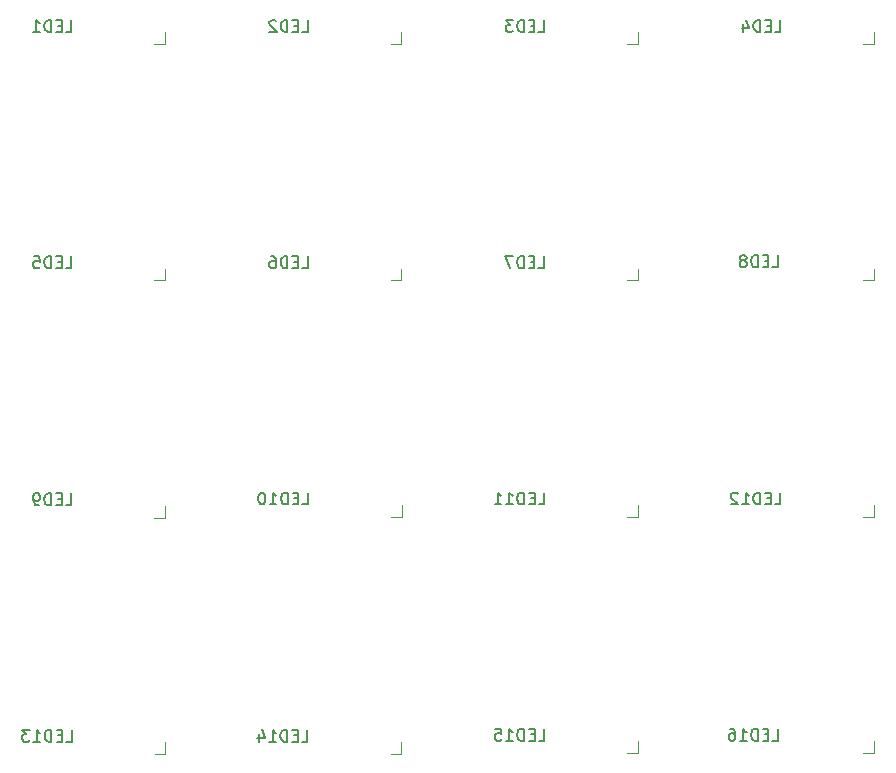
<source format=gbr>
%TF.GenerationSoftware,KiCad,Pcbnew,(6.0.4)*%
%TF.CreationDate,2022-05-01T23:44:28+08:00*%
%TF.ProjectId,RP2040_16Key_ili9341_LCD_keypad,52503230-3430-45f3-9136-4b65795f696c,rev?*%
%TF.SameCoordinates,Original*%
%TF.FileFunction,Legend,Bot*%
%TF.FilePolarity,Positive*%
%FSLAX46Y46*%
G04 Gerber Fmt 4.6, Leading zero omitted, Abs format (unit mm)*
G04 Created by KiCad (PCBNEW (6.0.4)) date 2022-05-01 23:44:28*
%MOMM*%
%LPD*%
G01*
G04 APERTURE LIST*
%ADD10C,0.150000*%
%ADD11C,0.120000*%
G04 APERTURE END LIST*
D10*
%TO.C,LED8*%
X117874881Y-121712380D02*
X118351071Y-121712380D01*
X118351071Y-120712380D01*
X117541547Y-121188571D02*
X117208214Y-121188571D01*
X117065357Y-121712380D02*
X117541547Y-121712380D01*
X117541547Y-120712380D01*
X117065357Y-120712380D01*
X116636786Y-121712380D02*
X116636786Y-120712380D01*
X116398690Y-120712380D01*
X116255833Y-120760000D01*
X116160595Y-120855238D01*
X116112976Y-120950476D01*
X116065357Y-121140952D01*
X116065357Y-121283809D01*
X116112976Y-121474285D01*
X116160595Y-121569523D01*
X116255833Y-121664761D01*
X116398690Y-121712380D01*
X116636786Y-121712380D01*
X115493928Y-121140952D02*
X115589167Y-121093333D01*
X115636786Y-121045714D01*
X115684405Y-120950476D01*
X115684405Y-120902857D01*
X115636786Y-120807619D01*
X115589167Y-120760000D01*
X115493928Y-120712380D01*
X115303452Y-120712380D01*
X115208214Y-120760000D01*
X115160595Y-120807619D01*
X115112976Y-120902857D01*
X115112976Y-120950476D01*
X115160595Y-121045714D01*
X115208214Y-121093333D01*
X115303452Y-121140952D01*
X115493928Y-121140952D01*
X115589167Y-121188571D01*
X115636786Y-121236190D01*
X115684405Y-121331428D01*
X115684405Y-121521904D01*
X115636786Y-121617142D01*
X115589167Y-121664761D01*
X115493928Y-121712380D01*
X115303452Y-121712380D01*
X115208214Y-121664761D01*
X115160595Y-121617142D01*
X115112976Y-121521904D01*
X115112976Y-121331428D01*
X115160595Y-121236190D01*
X115208214Y-121188571D01*
X115303452Y-121140952D01*
%TO.C,LED5*%
X58034881Y-121792380D02*
X58511071Y-121792380D01*
X58511071Y-120792380D01*
X57701547Y-121268571D02*
X57368214Y-121268571D01*
X57225357Y-121792380D02*
X57701547Y-121792380D01*
X57701547Y-120792380D01*
X57225357Y-120792380D01*
X56796786Y-121792380D02*
X56796786Y-120792380D01*
X56558690Y-120792380D01*
X56415833Y-120840000D01*
X56320595Y-120935238D01*
X56272976Y-121030476D01*
X56225357Y-121220952D01*
X56225357Y-121363809D01*
X56272976Y-121554285D01*
X56320595Y-121649523D01*
X56415833Y-121744761D01*
X56558690Y-121792380D01*
X56796786Y-121792380D01*
X55320595Y-120792380D02*
X55796786Y-120792380D01*
X55844405Y-121268571D01*
X55796786Y-121220952D01*
X55701547Y-121173333D01*
X55463452Y-121173333D01*
X55368214Y-121220952D01*
X55320595Y-121268571D01*
X55272976Y-121363809D01*
X55272976Y-121601904D01*
X55320595Y-121697142D01*
X55368214Y-121744761D01*
X55463452Y-121792380D01*
X55701547Y-121792380D01*
X55796786Y-121744761D01*
X55844405Y-121697142D01*
%TO.C,LED11*%
X98074881Y-141792380D02*
X98551071Y-141792380D01*
X98551071Y-140792380D01*
X97741547Y-141268571D02*
X97408214Y-141268571D01*
X97265357Y-141792380D02*
X97741547Y-141792380D01*
X97741547Y-140792380D01*
X97265357Y-140792380D01*
X96836786Y-141792380D02*
X96836786Y-140792380D01*
X96598690Y-140792380D01*
X96455833Y-140840000D01*
X96360595Y-140935238D01*
X96312976Y-141030476D01*
X96265357Y-141220952D01*
X96265357Y-141363809D01*
X96312976Y-141554285D01*
X96360595Y-141649523D01*
X96455833Y-141744761D01*
X96598690Y-141792380D01*
X96836786Y-141792380D01*
X95312976Y-141792380D02*
X95884405Y-141792380D01*
X95598690Y-141792380D02*
X95598690Y-140792380D01*
X95693928Y-140935238D01*
X95789167Y-141030476D01*
X95884405Y-141078095D01*
X94360595Y-141792380D02*
X94932024Y-141792380D01*
X94646309Y-141792380D02*
X94646309Y-140792380D01*
X94741547Y-140935238D01*
X94836786Y-141030476D01*
X94932024Y-141078095D01*
%TO.C,LED6*%
X78048214Y-121792380D02*
X78524404Y-121792380D01*
X78524404Y-120792380D01*
X77714880Y-121268571D02*
X77381547Y-121268571D01*
X77238690Y-121792380D02*
X77714880Y-121792380D01*
X77714880Y-120792380D01*
X77238690Y-120792380D01*
X76810119Y-121792380D02*
X76810119Y-120792380D01*
X76572023Y-120792380D01*
X76429166Y-120840000D01*
X76333928Y-120935238D01*
X76286309Y-121030476D01*
X76238690Y-121220952D01*
X76238690Y-121363809D01*
X76286309Y-121554285D01*
X76333928Y-121649523D01*
X76429166Y-121744761D01*
X76572023Y-121792380D01*
X76810119Y-121792380D01*
X75381547Y-120792380D02*
X75572023Y-120792380D01*
X75667261Y-120840000D01*
X75714880Y-120887619D01*
X75810119Y-121030476D01*
X75857738Y-121220952D01*
X75857738Y-121601904D01*
X75810119Y-121697142D01*
X75762500Y-121744761D01*
X75667261Y-121792380D01*
X75476785Y-121792380D01*
X75381547Y-121744761D01*
X75333928Y-121697142D01*
X75286309Y-121601904D01*
X75286309Y-121363809D01*
X75333928Y-121268571D01*
X75381547Y-121220952D01*
X75476785Y-121173333D01*
X75667261Y-121173333D01*
X75762500Y-121220952D01*
X75810119Y-121268571D01*
X75857738Y-121363809D01*
%TO.C,LED2*%
X78048214Y-101792380D02*
X78524404Y-101792380D01*
X78524404Y-100792380D01*
X77714880Y-101268571D02*
X77381547Y-101268571D01*
X77238690Y-101792380D02*
X77714880Y-101792380D01*
X77714880Y-100792380D01*
X77238690Y-100792380D01*
X76810119Y-101792380D02*
X76810119Y-100792380D01*
X76572023Y-100792380D01*
X76429166Y-100840000D01*
X76333928Y-100935238D01*
X76286309Y-101030476D01*
X76238690Y-101220952D01*
X76238690Y-101363809D01*
X76286309Y-101554285D01*
X76333928Y-101649523D01*
X76429166Y-101744761D01*
X76572023Y-101792380D01*
X76810119Y-101792380D01*
X75857738Y-100887619D02*
X75810119Y-100840000D01*
X75714880Y-100792380D01*
X75476785Y-100792380D01*
X75381547Y-100840000D01*
X75333928Y-100887619D01*
X75286309Y-100982857D01*
X75286309Y-101078095D01*
X75333928Y-101220952D01*
X75905357Y-101792380D01*
X75286309Y-101792380D01*
%TO.C,LED10*%
X78074881Y-141792380D02*
X78551071Y-141792380D01*
X78551071Y-140792380D01*
X77741547Y-141268571D02*
X77408214Y-141268571D01*
X77265357Y-141792380D02*
X77741547Y-141792380D01*
X77741547Y-140792380D01*
X77265357Y-140792380D01*
X76836786Y-141792380D02*
X76836786Y-140792380D01*
X76598690Y-140792380D01*
X76455833Y-140840000D01*
X76360595Y-140935238D01*
X76312976Y-141030476D01*
X76265357Y-141220952D01*
X76265357Y-141363809D01*
X76312976Y-141554285D01*
X76360595Y-141649523D01*
X76455833Y-141744761D01*
X76598690Y-141792380D01*
X76836786Y-141792380D01*
X75312976Y-141792380D02*
X75884405Y-141792380D01*
X75598690Y-141792380D02*
X75598690Y-140792380D01*
X75693928Y-140935238D01*
X75789167Y-141030476D01*
X75884405Y-141078095D01*
X74693928Y-140792380D02*
X74598690Y-140792380D01*
X74503452Y-140840000D01*
X74455833Y-140887619D01*
X74408214Y-140982857D01*
X74360595Y-141173333D01*
X74360595Y-141411428D01*
X74408214Y-141601904D01*
X74455833Y-141697142D01*
X74503452Y-141744761D01*
X74598690Y-141792380D01*
X74693928Y-141792380D01*
X74789167Y-141744761D01*
X74836786Y-141697142D01*
X74884405Y-141601904D01*
X74932024Y-141411428D01*
X74932024Y-141173333D01*
X74884405Y-140982857D01*
X74836786Y-140887619D01*
X74789167Y-140840000D01*
X74693928Y-140792380D01*
%TO.C,LED1*%
X58034881Y-101792380D02*
X58511071Y-101792380D01*
X58511071Y-100792380D01*
X57701547Y-101268571D02*
X57368214Y-101268571D01*
X57225357Y-101792380D02*
X57701547Y-101792380D01*
X57701547Y-100792380D01*
X57225357Y-100792380D01*
X56796786Y-101792380D02*
X56796786Y-100792380D01*
X56558690Y-100792380D01*
X56415833Y-100840000D01*
X56320595Y-100935238D01*
X56272976Y-101030476D01*
X56225357Y-101220952D01*
X56225357Y-101363809D01*
X56272976Y-101554285D01*
X56320595Y-101649523D01*
X56415833Y-101744761D01*
X56558690Y-101792380D01*
X56796786Y-101792380D01*
X55272976Y-101792380D02*
X55844405Y-101792380D01*
X55558690Y-101792380D02*
X55558690Y-100792380D01*
X55653928Y-100935238D01*
X55749167Y-101030476D01*
X55844405Y-101078095D01*
%TO.C,LED3*%
X98061547Y-101792380D02*
X98537737Y-101792380D01*
X98537737Y-100792380D01*
X97728213Y-101268571D02*
X97394880Y-101268571D01*
X97252023Y-101792380D02*
X97728213Y-101792380D01*
X97728213Y-100792380D01*
X97252023Y-100792380D01*
X96823452Y-101792380D02*
X96823452Y-100792380D01*
X96585356Y-100792380D01*
X96442499Y-100840000D01*
X96347261Y-100935238D01*
X96299642Y-101030476D01*
X96252023Y-101220952D01*
X96252023Y-101363809D01*
X96299642Y-101554285D01*
X96347261Y-101649523D01*
X96442499Y-101744761D01*
X96585356Y-101792380D01*
X96823452Y-101792380D01*
X95918690Y-100792380D02*
X95299642Y-100792380D01*
X95632975Y-101173333D01*
X95490118Y-101173333D01*
X95394880Y-101220952D01*
X95347261Y-101268571D01*
X95299642Y-101363809D01*
X95299642Y-101601904D01*
X95347261Y-101697142D01*
X95394880Y-101744761D01*
X95490118Y-101792380D01*
X95775833Y-101792380D01*
X95871071Y-101744761D01*
X95918690Y-101697142D01*
%TO.C,LED12*%
X118074881Y-141792380D02*
X118551071Y-141792380D01*
X118551071Y-140792380D01*
X117741547Y-141268571D02*
X117408214Y-141268571D01*
X117265357Y-141792380D02*
X117741547Y-141792380D01*
X117741547Y-140792380D01*
X117265357Y-140792380D01*
X116836786Y-141792380D02*
X116836786Y-140792380D01*
X116598690Y-140792380D01*
X116455833Y-140840000D01*
X116360595Y-140935238D01*
X116312976Y-141030476D01*
X116265357Y-141220952D01*
X116265357Y-141363809D01*
X116312976Y-141554285D01*
X116360595Y-141649523D01*
X116455833Y-141744761D01*
X116598690Y-141792380D01*
X116836786Y-141792380D01*
X115312976Y-141792380D02*
X115884405Y-141792380D01*
X115598690Y-141792380D02*
X115598690Y-140792380D01*
X115693928Y-140935238D01*
X115789167Y-141030476D01*
X115884405Y-141078095D01*
X114932024Y-140887619D02*
X114884405Y-140840000D01*
X114789167Y-140792380D01*
X114551071Y-140792380D01*
X114455833Y-140840000D01*
X114408214Y-140887619D01*
X114360595Y-140982857D01*
X114360595Y-141078095D01*
X114408214Y-141220952D01*
X114979643Y-141792380D01*
X114360595Y-141792380D01*
%TO.C,LED14*%
X78034881Y-161872380D02*
X78511071Y-161872380D01*
X78511071Y-160872380D01*
X77701547Y-161348571D02*
X77368214Y-161348571D01*
X77225357Y-161872380D02*
X77701547Y-161872380D01*
X77701547Y-160872380D01*
X77225357Y-160872380D01*
X76796786Y-161872380D02*
X76796786Y-160872380D01*
X76558690Y-160872380D01*
X76415833Y-160920000D01*
X76320595Y-161015238D01*
X76272976Y-161110476D01*
X76225357Y-161300952D01*
X76225357Y-161443809D01*
X76272976Y-161634285D01*
X76320595Y-161729523D01*
X76415833Y-161824761D01*
X76558690Y-161872380D01*
X76796786Y-161872380D01*
X75272976Y-161872380D02*
X75844405Y-161872380D01*
X75558690Y-161872380D02*
X75558690Y-160872380D01*
X75653928Y-161015238D01*
X75749167Y-161110476D01*
X75844405Y-161158095D01*
X74415833Y-161205714D02*
X74415833Y-161872380D01*
X74653928Y-160824761D02*
X74892024Y-161539047D01*
X74272976Y-161539047D01*
%TO.C,LED9*%
X58034881Y-141872380D02*
X58511071Y-141872380D01*
X58511071Y-140872380D01*
X57701547Y-141348571D02*
X57368214Y-141348571D01*
X57225357Y-141872380D02*
X57701547Y-141872380D01*
X57701547Y-140872380D01*
X57225357Y-140872380D01*
X56796786Y-141872380D02*
X56796786Y-140872380D01*
X56558690Y-140872380D01*
X56415833Y-140920000D01*
X56320595Y-141015238D01*
X56272976Y-141110476D01*
X56225357Y-141300952D01*
X56225357Y-141443809D01*
X56272976Y-141634285D01*
X56320595Y-141729523D01*
X56415833Y-141824761D01*
X56558690Y-141872380D01*
X56796786Y-141872380D01*
X55749167Y-141872380D02*
X55558690Y-141872380D01*
X55463452Y-141824761D01*
X55415833Y-141777142D01*
X55320595Y-141634285D01*
X55272976Y-141443809D01*
X55272976Y-141062857D01*
X55320595Y-140967619D01*
X55368214Y-140920000D01*
X55463452Y-140872380D01*
X55653928Y-140872380D01*
X55749167Y-140920000D01*
X55796786Y-140967619D01*
X55844405Y-141062857D01*
X55844405Y-141300952D01*
X55796786Y-141396190D01*
X55749167Y-141443809D01*
X55653928Y-141491428D01*
X55463452Y-141491428D01*
X55368214Y-141443809D01*
X55320595Y-141396190D01*
X55272976Y-141300952D01*
%TO.C,LED15*%
X98074881Y-161792380D02*
X98551071Y-161792380D01*
X98551071Y-160792380D01*
X97741547Y-161268571D02*
X97408214Y-161268571D01*
X97265357Y-161792380D02*
X97741547Y-161792380D01*
X97741547Y-160792380D01*
X97265357Y-160792380D01*
X96836786Y-161792380D02*
X96836786Y-160792380D01*
X96598690Y-160792380D01*
X96455833Y-160840000D01*
X96360595Y-160935238D01*
X96312976Y-161030476D01*
X96265357Y-161220952D01*
X96265357Y-161363809D01*
X96312976Y-161554285D01*
X96360595Y-161649523D01*
X96455833Y-161744761D01*
X96598690Y-161792380D01*
X96836786Y-161792380D01*
X95312976Y-161792380D02*
X95884405Y-161792380D01*
X95598690Y-161792380D02*
X95598690Y-160792380D01*
X95693928Y-160935238D01*
X95789167Y-161030476D01*
X95884405Y-161078095D01*
X94408214Y-160792380D02*
X94884405Y-160792380D01*
X94932024Y-161268571D01*
X94884405Y-161220952D01*
X94789167Y-161173333D01*
X94551071Y-161173333D01*
X94455833Y-161220952D01*
X94408214Y-161268571D01*
X94360595Y-161363809D01*
X94360595Y-161601904D01*
X94408214Y-161697142D01*
X94455833Y-161744761D01*
X94551071Y-161792380D01*
X94789167Y-161792380D01*
X94884405Y-161744761D01*
X94932024Y-161697142D01*
%TO.C,LED13*%
X58074881Y-161872380D02*
X58551071Y-161872380D01*
X58551071Y-160872380D01*
X57741547Y-161348571D02*
X57408214Y-161348571D01*
X57265357Y-161872380D02*
X57741547Y-161872380D01*
X57741547Y-160872380D01*
X57265357Y-160872380D01*
X56836786Y-161872380D02*
X56836786Y-160872380D01*
X56598690Y-160872380D01*
X56455833Y-160920000D01*
X56360595Y-161015238D01*
X56312976Y-161110476D01*
X56265357Y-161300952D01*
X56265357Y-161443809D01*
X56312976Y-161634285D01*
X56360595Y-161729523D01*
X56455833Y-161824761D01*
X56598690Y-161872380D01*
X56836786Y-161872380D01*
X55312976Y-161872380D02*
X55884405Y-161872380D01*
X55598690Y-161872380D02*
X55598690Y-160872380D01*
X55693928Y-161015238D01*
X55789167Y-161110476D01*
X55884405Y-161158095D01*
X54979643Y-160872380D02*
X54360595Y-160872380D01*
X54693928Y-161253333D01*
X54551071Y-161253333D01*
X54455833Y-161300952D01*
X54408214Y-161348571D01*
X54360595Y-161443809D01*
X54360595Y-161681904D01*
X54408214Y-161777142D01*
X54455833Y-161824761D01*
X54551071Y-161872380D01*
X54836786Y-161872380D01*
X54932024Y-161824761D01*
X54979643Y-161777142D01*
%TO.C,LED7*%
X98061547Y-121792380D02*
X98537737Y-121792380D01*
X98537737Y-120792380D01*
X97728213Y-121268571D02*
X97394880Y-121268571D01*
X97252023Y-121792380D02*
X97728213Y-121792380D01*
X97728213Y-120792380D01*
X97252023Y-120792380D01*
X96823452Y-121792380D02*
X96823452Y-120792380D01*
X96585356Y-120792380D01*
X96442499Y-120840000D01*
X96347261Y-120935238D01*
X96299642Y-121030476D01*
X96252023Y-121220952D01*
X96252023Y-121363809D01*
X96299642Y-121554285D01*
X96347261Y-121649523D01*
X96442499Y-121744761D01*
X96585356Y-121792380D01*
X96823452Y-121792380D01*
X95918690Y-120792380D02*
X95252023Y-120792380D01*
X95680594Y-121792380D01*
%TO.C,LED4*%
X118074881Y-101792380D02*
X118551071Y-101792380D01*
X118551071Y-100792380D01*
X117741547Y-101268571D02*
X117408214Y-101268571D01*
X117265357Y-101792380D02*
X117741547Y-101792380D01*
X117741547Y-100792380D01*
X117265357Y-100792380D01*
X116836786Y-101792380D02*
X116836786Y-100792380D01*
X116598690Y-100792380D01*
X116455833Y-100840000D01*
X116360595Y-100935238D01*
X116312976Y-101030476D01*
X116265357Y-101220952D01*
X116265357Y-101363809D01*
X116312976Y-101554285D01*
X116360595Y-101649523D01*
X116455833Y-101744761D01*
X116598690Y-101792380D01*
X116836786Y-101792380D01*
X115408214Y-101125714D02*
X115408214Y-101792380D01*
X115646309Y-100744761D02*
X115884405Y-101459047D01*
X115265357Y-101459047D01*
%TO.C,LED16*%
X117874881Y-161792380D02*
X118351071Y-161792380D01*
X118351071Y-160792380D01*
X117541547Y-161268571D02*
X117208214Y-161268571D01*
X117065357Y-161792380D02*
X117541547Y-161792380D01*
X117541547Y-160792380D01*
X117065357Y-160792380D01*
X116636786Y-161792380D02*
X116636786Y-160792380D01*
X116398690Y-160792380D01*
X116255833Y-160840000D01*
X116160595Y-160935238D01*
X116112976Y-161030476D01*
X116065357Y-161220952D01*
X116065357Y-161363809D01*
X116112976Y-161554285D01*
X116160595Y-161649523D01*
X116255833Y-161744761D01*
X116398690Y-161792380D01*
X116636786Y-161792380D01*
X115112976Y-161792380D02*
X115684405Y-161792380D01*
X115398690Y-161792380D02*
X115398690Y-160792380D01*
X115493928Y-160935238D01*
X115589167Y-161030476D01*
X115684405Y-161078095D01*
X114255833Y-160792380D02*
X114446309Y-160792380D01*
X114541547Y-160840000D01*
X114589167Y-160887619D01*
X114684405Y-161030476D01*
X114732024Y-161220952D01*
X114732024Y-161601904D01*
X114684405Y-161697142D01*
X114636786Y-161744761D01*
X114541547Y-161792380D01*
X114351071Y-161792380D01*
X114255833Y-161744761D01*
X114208214Y-161697142D01*
X114160595Y-161601904D01*
X114160595Y-161363809D01*
X114208214Y-161268571D01*
X114255833Y-161220952D01*
X114351071Y-161173333D01*
X114541547Y-161173333D01*
X114636786Y-161220952D01*
X114684405Y-161268571D01*
X114732024Y-161363809D01*
D11*
%TO.C,LED8*%
X126486667Y-122840000D02*
X125586667Y-122840000D01*
X126486667Y-121840000D02*
X126486667Y-122840000D01*
%TO.C,LED5*%
X66446667Y-121840000D02*
X66446667Y-122840000D01*
X66446667Y-122840000D02*
X65546667Y-122840000D01*
%TO.C,LED11*%
X106486667Y-142840000D02*
X105586667Y-142840000D01*
X106486667Y-141840000D02*
X106486667Y-142840000D01*
%TO.C,LED6*%
X86460000Y-122840000D02*
X85560000Y-122840000D01*
X86460000Y-121840000D02*
X86460000Y-122840000D01*
%TO.C,LED2*%
X86460000Y-101840000D02*
X86460000Y-102840000D01*
X86460000Y-102840000D02*
X85560000Y-102840000D01*
%TO.C,LED10*%
X86486667Y-141840000D02*
X86486667Y-142840000D01*
X86486667Y-142840000D02*
X85586667Y-142840000D01*
%TO.C,LED1*%
X66446667Y-102840000D02*
X65546667Y-102840000D01*
X66446667Y-101840000D02*
X66446667Y-102840000D01*
%TO.C,LED3*%
X106473333Y-102840000D02*
X105573333Y-102840000D01*
X106473333Y-101840000D02*
X106473333Y-102840000D01*
%TO.C,LED12*%
X126486667Y-141840000D02*
X126486667Y-142840000D01*
X126486667Y-142840000D02*
X125586667Y-142840000D01*
%TO.C,LED14*%
X86446667Y-162920000D02*
X85546667Y-162920000D01*
X86446667Y-161920000D02*
X86446667Y-162920000D01*
%TO.C,LED9*%
X66446667Y-141920000D02*
X66446667Y-142920000D01*
X66446667Y-142920000D02*
X65546667Y-142920000D01*
%TO.C,LED15*%
X106486667Y-162840000D02*
X105586667Y-162840000D01*
X106486667Y-161840000D02*
X106486667Y-162840000D01*
%TO.C,LED13*%
X66486667Y-162920000D02*
X65586667Y-162920000D01*
X66486667Y-161920000D02*
X66486667Y-162920000D01*
%TO.C,LED7*%
X106473333Y-122840000D02*
X105573333Y-122840000D01*
X106473333Y-121840000D02*
X106473333Y-122840000D01*
%TO.C,LED4*%
X126486667Y-102840000D02*
X125586667Y-102840000D01*
X126486667Y-101840000D02*
X126486667Y-102840000D01*
%TO.C,LED16*%
X126486667Y-161840000D02*
X126486667Y-162840000D01*
X126486667Y-162840000D02*
X125586667Y-162840000D01*
%TD*%
M02*

</source>
